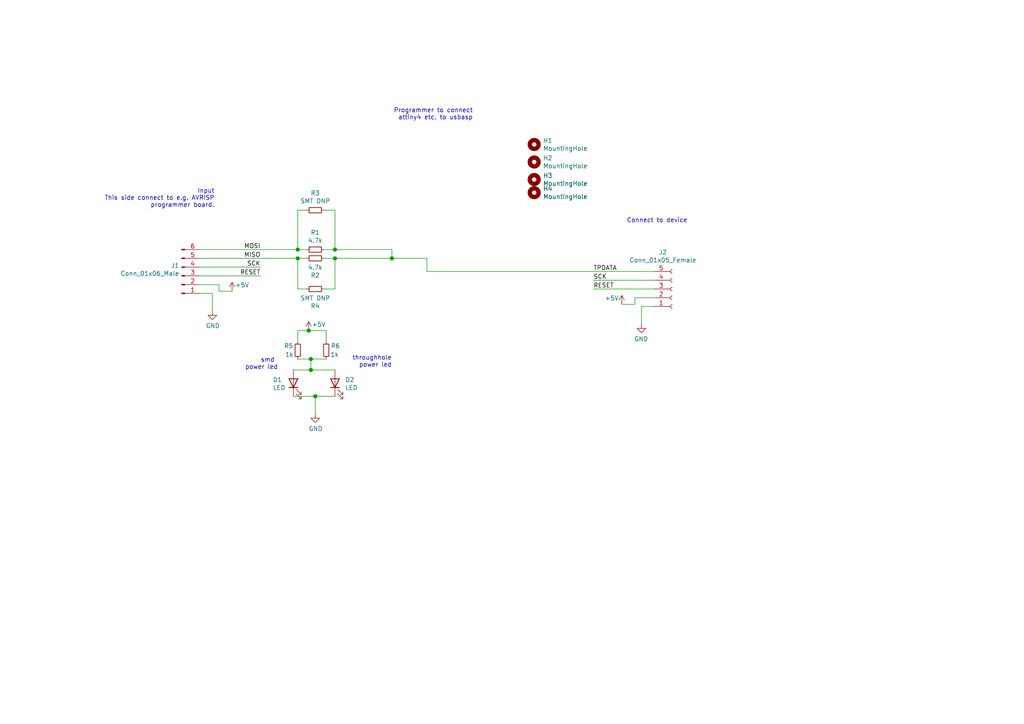
<source format=kicad_sch>
(kicad_sch (version 20201015) (generator eeschema)
  (paper "A4")
  (lib_symbols
    (symbol "Connector:Conn_01x05_Female" (pin_names (offset 1.016) hide)
      (property "Reference" "J" (at 0 7.62 0))
      (property "Value" "Conn_01x05_Female" (at 0 -7.62 0))
      (symbol "Conn_01x05_Female_1_1"
        (arc (start 0 -4.572) (end 0 -5.588) (radius (at 0 -5.08) (length 0.508) (angles 90.1 -90.1)) (stroke (width 0.1524)))
        (arc (start 0 -2.032) (end 0 -3.048) (radius (at 0 -2.54) (length 0.508) (angles 90.1 -90.1)) (stroke (width 0.1524)))
        (arc (start 0 0.508) (end 0 -0.508) (radius (at 0 0) (length 0.508) (angles 90.1 -90.1)) (stroke (width 0.1524)))
        (arc (start 0 3.048) (end 0 2.032) (radius (at 0 2.54) (length 0.508) (angles 90.1 -90.1)) (stroke (width 0.1524)))
        (arc (start 0 5.588) (end 0 4.572) (radius (at 0 5.08) (length 0.508) (angles 90.1 -90.1)) (stroke (width 0.1524)))
        (polyline (pts (xy -1.27 -5.08) (xy -0.508 -5.08)) (stroke (width 0.1524)))
        (polyline (pts (xy -1.27 -2.54) (xy -0.508 -2.54)) (stroke (width 0.1524)))
        (polyline (pts (xy -1.27 0) (xy -0.508 0)) (stroke (width 0.1524)))
        (polyline (pts (xy -1.27 2.54) (xy -0.508 2.54)) (stroke (width 0.1524)))
        (polyline (pts (xy -1.27 5.08) (xy -0.508 5.08)) (stroke (width 0.1524)))
        (pin passive line (at -5.08 5.08 0) (length 3.81) (name "Pin_1") (number "1"))
        (pin passive line (at -5.08 2.54 0) (length 3.81) (name "Pin_2") (number "2"))
        (pin passive line (at -5.08 0 0) (length 3.81) (name "Pin_3") (number "3"))
        (pin passive line (at -5.08 -2.54 0) (length 3.81) (name "Pin_4") (number "4"))
        (pin passive line (at -5.08 -5.08 0) (length 3.81) (name "Pin_5") (number "5"))
      )
    )
    (symbol "Connector:Conn_01x06_Male" (pin_names (offset 1.016) hide)
      (property "Reference" "J" (at 0 7.62 0))
      (property "Value" "Conn_01x06_Male" (at 0 -10.16 0))
      (symbol "Conn_01x06_Male_1_1"
        (rectangle (start 0.8636 -7.493) (end 0 -7.747) (stroke (width 0.1524)) (fill (type outline)))
        (rectangle (start 0.8636 -4.953) (end 0 -5.207) (stroke (width 0.1524)) (fill (type outline)))
        (rectangle (start 0.8636 -2.413) (end 0 -2.667) (stroke (width 0.1524)) (fill (type outline)))
        (rectangle (start 0.8636 0.127) (end 0 -0.127) (stroke (width 0.1524)) (fill (type outline)))
        (rectangle (start 0.8636 2.667) (end 0 2.413) (stroke (width 0.1524)) (fill (type outline)))
        (rectangle (start 0.8636 5.207) (end 0 4.953) (stroke (width 0.1524)) (fill (type outline)))
        (polyline (pts (xy 1.27 -7.62) (xy 0.8636 -7.62)) (stroke (width 0.1524)))
        (polyline (pts (xy 1.27 -5.08) (xy 0.8636 -5.08)) (stroke (width 0.1524)))
        (polyline (pts (xy 1.27 -2.54) (xy 0.8636 -2.54)) (stroke (width 0.1524)))
        (polyline (pts (xy 1.27 0) (xy 0.8636 0)) (stroke (width 0.1524)))
        (polyline (pts (xy 1.27 2.54) (xy 0.8636 2.54)) (stroke (width 0.1524)))
        (polyline (pts (xy 1.27 5.08) (xy 0.8636 5.08)) (stroke (width 0.1524)))
        (pin passive line (at 5.08 5.08 180) (length 3.81) (name "Pin_1") (number "1"))
        (pin passive line (at 5.08 2.54 180) (length 3.81) (name "Pin_2") (number "2"))
        (pin passive line (at 5.08 0 180) (length 3.81) (name "Pin_3") (number "3"))
        (pin passive line (at 5.08 -2.54 180) (length 3.81) (name "Pin_4") (number "4"))
        (pin passive line (at 5.08 -5.08 180) (length 3.81) (name "Pin_5") (number "5"))
        (pin passive line (at 5.08 -7.62 180) (length 3.81) (name "Pin_6") (number "6"))
      )
    )
    (symbol "Device:LED" (pin_numbers hide) (pin_names (offset 1.016) hide)
      (property "Reference" "D" (at 0 2.54 0))
      (property "Value" "LED" (at 0 -2.54 0))
      (symbol "LED_0_1"
        (polyline (pts (xy -1.27 -1.27) (xy -1.27 1.27)) (stroke (width 0.254)))
        (polyline (pts (xy -1.27 0) (xy 1.27 0)))
        (polyline (pts (xy 1.27 -1.27) (xy 1.27 1.27) (xy -1.27 0) (xy 1.27 -1.27)) (stroke (width 0.254)))
        (polyline (pts (xy -3.048 -0.762) (xy -4.572 -2.286) (xy -3.81 -2.286) (xy -4.572 -2.286) (xy -4.572 -1.524)))
        (polyline (pts (xy -1.778 -0.762) (xy -3.302 -2.286) (xy -2.54 -2.286) (xy -3.302 -2.286) (xy -3.302 -1.524)))
      )
      (symbol "LED_1_1"
        (pin passive line (at -3.81 0 0) (length 2.54) (name "K") (number "1"))
        (pin passive line (at 3.81 0 180) (length 2.54) (name "A") (number "2"))
      )
    )
    (symbol "Device:R_Small" (pin_numbers hide) (pin_names (offset 0.254) hide)
      (property "Reference" "R" (at 0.762 0.508 0))
      (property "Value" "R_Small" (at 0.762 -1.016 0))
      (symbol "R_Small_0_1"
        (rectangle (start -0.762 1.778) (end 0.762 -1.778) (stroke (width 0.2032)))
      )
      (symbol "R_Small_1_1"
        (pin passive line (at 0 2.54 270) (length 0.762) (name "~") (number "1"))
        (pin passive line (at 0 -2.54 90) (length 0.762) (name "~") (number "2"))
      )
    )
    (symbol "Mechanical:MountingHole" (pin_names (offset 1.016))
      (property "Reference" "H" (at 0 5.08 0))
      (property "Value" "MountingHole" (at 0 3.175 0))
      (symbol "MountingHole_0_1"
        (circle (center 0 0) (radius 1.27) (stroke (width 1.27)))
      )
    )
    (symbol "power:+5V" (power) (pin_names (offset 0))
      (property "Value" "+5V" (at 0 3.556 0))
      (symbol "+5V_0_1"
        (polyline (pts (xy -0.762 1.27) (xy 0 2.54)))
        (polyline (pts (xy 0 0) (xy 0 2.54)))
        (polyline (pts (xy 0 2.54) (xy 0.762 1.27)))
      )
      (symbol "+5V_1_1"
        (pin power_in line (at 0 0 90) (length 0) hide (name "+5V") (number "1"))
      )
    )
    (symbol "power:GND" (power) (pin_names (offset 0))
      (property "Value" "GND" (at 0 -3.81 0))
      (symbol "GND_0_1"
        (polyline (pts (xy 0 0) (xy 0 -1.27) (xy 1.27 -1.27) (xy 0 -2.54) (xy -1.27 -1.27) (xy 0 -1.27)))
      )
      (symbol "GND_1_1"
        (pin power_in line (at 0 0 270) (length 0) hide (name "GND") (number "1"))
      )
    )
  )
  (junction (at 86.36 72.39) (diameter 1.016))
  (junction (at 86.36 74.93) (diameter 1.016))
  (junction (at 89.535 95.885) (diameter 1.016))
  (junction (at 90.17 104.14) (diameter 1.016))
  (junction (at 90.17 107.315) (diameter 1.016))
  (junction (at 91.44 114.935) (diameter 1.016))
  (junction (at 97.155 72.39) (diameter 1.016))
  (junction (at 97.155 74.93) (diameter 1.016))
  (junction (at 113.665 74.93) (diameter 1.016))
  (wire (pts (xy 57.785 72.39) (xy 86.36 72.39)))
  (wire (pts (xy 57.785 74.93) (xy 86.36 74.93)))
  (wire (pts (xy 57.785 77.47) (xy 75.565 77.47)))
  (wire (pts (xy 57.785 80.01) (xy 75.565 80.01)))
  (wire (pts (xy 57.785 82.55) (xy 63.5 82.55)))
  (wire (pts (xy 57.785 85.09) (xy 61.595 85.09)))
  (wire (pts (xy 61.595 85.09) (xy 61.595 90.17)))
  (wire (pts (xy 63.5 82.55) (xy 63.5 84.455)))
  (wire (pts (xy 63.5 84.455) (xy 67.31 84.455)))
  (wire (pts (xy 85.09 114.935) (xy 91.44 114.935)))
  (wire (pts (xy 86.36 60.96) (xy 86.36 72.39)))
  (wire (pts (xy 86.36 72.39) (xy 88.9 72.39)))
  (wire (pts (xy 86.36 74.93) (xy 86.36 83.82)))
  (wire (pts (xy 86.36 74.93) (xy 88.9 74.93)))
  (wire (pts (xy 86.36 95.885) (xy 86.36 99.06)))
  (wire (pts (xy 86.36 104.14) (xy 90.17 104.14)))
  (wire (pts (xy 88.9 60.96) (xy 86.36 60.96)))
  (wire (pts (xy 88.9 83.82) (xy 86.36 83.82)))
  (wire (pts (xy 89.535 95.885) (xy 86.36 95.885)))
  (wire (pts (xy 89.535 95.885) (xy 94.615 95.885)))
  (wire (pts (xy 90.17 104.14) (xy 90.17 107.315)))
  (wire (pts (xy 90.17 104.14) (xy 94.615 104.14)))
  (wire (pts (xy 90.17 107.315) (xy 85.09 107.315)))
  (wire (pts (xy 90.17 107.315) (xy 97.155 107.315)))
  (wire (pts (xy 91.44 114.935) (xy 91.44 120.015)))
  (wire (pts (xy 93.98 60.96) (xy 97.155 60.96)))
  (wire (pts (xy 93.98 72.39) (xy 97.155 72.39)))
  (wire (pts (xy 93.98 74.93) (xy 97.155 74.93)))
  (wire (pts (xy 93.98 83.82) (xy 97.155 83.82)))
  (wire (pts (xy 94.615 95.885) (xy 94.615 99.06)))
  (wire (pts (xy 97.155 60.96) (xy 97.155 72.39)))
  (wire (pts (xy 97.155 72.39) (xy 113.665 72.39)))
  (wire (pts (xy 97.155 74.93) (xy 97.155 83.82)))
  (wire (pts (xy 97.155 74.93) (xy 113.665 74.93)))
  (wire (pts (xy 97.155 114.935) (xy 91.44 114.935)))
  (wire (pts (xy 113.665 72.39) (xy 113.665 74.93)))
  (wire (pts (xy 123.825 74.93) (xy 113.665 74.93)))
  (wire (pts (xy 123.825 78.74) (xy 123.825 74.93)))
  (wire (pts (xy 123.825 78.74) (xy 189.865 78.74)))
  (wire (pts (xy 184.15 86.36) (xy 184.15 88.265)))
  (wire (pts (xy 184.15 88.265) (xy 180.34 88.265)))
  (wire (pts (xy 186.055 88.9) (xy 186.055 93.98)))
  (wire (pts (xy 189.865 81.28) (xy 172.085 81.28)))
  (wire (pts (xy 189.865 83.82) (xy 172.085 83.82)))
  (wire (pts (xy 189.865 86.36) (xy 184.15 86.36)))
  (wire (pts (xy 189.865 88.9) (xy 186.055 88.9)))
  (text "Input\nThis side connect to e.g. AVRISP\nprogrammer board." (at 62.23 60.325 0) (effects (font (size 1.27 1.27)) (justify right bottom)))
  (text "smd \npower led" (at 80.645 107.315 180) (effects (font (size 1.27 1.27)) (justify right bottom)))
  (text "throughhole\npower led" (at 113.665 106.68 180) (effects (font (size 1.27 1.27)) (justify right bottom)))
  (text "Programmer to connect\nattiny4 etc, to usbasp" (at 137.16 34.925 180) (effects (font (size 1.27 1.27)) (justify right bottom)))
  (text "Connect to device" (at 199.39 64.77 180) (effects (font (size 1.27 1.27)) (justify right bottom)))
  (label "MOSI" (at 75.565 72.39 180))
  (label "MISO" (at 75.565 74.93 180))
  (label "SCK" (at 75.565 77.47 180))
  (label "RESET" (at 75.565 80.01 180))
  (label "TPDATA" (at 172.085 78.74 0))
  (label "SCK" (at 172.085 81.28 0))
  (label "RESET" (at 172.085 83.82 0))
  (symbol (lib_id "power:+5V") (at 67.31 84.455 0) (unit 1)
    (property "Reference" "#PWR01" (effects hide))
    (property "Value" "+5V" (at 70.2183 82.6706 0))
  )
  (symbol (lib_id "power:+5V") (at 89.535 95.885 0) (unit 1)
    (property "Reference" "#PWR05" (effects hide))
    (property "Value" "+5V" (at 92.4433 94.1006 0))
  )
  (symbol (lib_id "power:+5V") (at 180.34 88.265 0) (mirror y) (unit 1)
    (property "Reference" "#PWR02" (effects hide))
    (property "Value" "+5V" (at 177.4317 86.4806 0))
  )
  (symbol (lib_id "power:GND") (at 61.595 90.17 0) (unit 1)
    (property "Reference" "#PWR03" (effects hide))
    (property "Value" "GND" (at 61.7093 94.4944 0))
  )
  (symbol (lib_id "power:GND") (at 91.44 120.015 0) (unit 1)
    (property "Reference" "#PWR06" (effects hide))
    (property "Value" "GND" (at 91.5543 124.3394 0))
  )
  (symbol (lib_id "power:GND") (at 186.055 93.98 0) (mirror y) (unit 1)
    (property "Reference" "#PWR04" (effects hide))
    (property "Value" "GND" (at 185.9407 98.3044 0))
  )
  (symbol (lib_id "Device:R_Small") (at 86.36 101.6 0) (mirror x) (unit 1)
    (property "Reference" "R5" (at 83.6868 100.33 0))
    (property "Value" "1k" (at 83.928 102.87 0))
    (property "Footprint" "Resistor_SMD:R_0805_2012Metric_Pad1.20x1.40mm_HandSolder" (effects hide))
  )
  (symbol (lib_id "Device:R_Small") (at 91.44 60.96 90) (unit 1)
    (property "Reference" "R3" (at 91.44 56.0132 90))
    (property "Value" "SMT DNP" (at 91.44 58.312 90))
    (property "Footprint" "Resistor_SMD:R_0805_2012Metric_Pad1.20x1.40mm_HandSolder" (effects hide))
  )
  (symbol (lib_id "Device:R_Small") (at 91.44 72.39 90) (unit 1)
    (property "Reference" "R1" (at 91.44 67.4432 90))
    (property "Value" "4.7k" (at 91.44 69.742 90))
    (property "Footprint" "Resistor_THT:R_Axial_DIN0207_L6.3mm_D2.5mm_P7.62mm_Horizontal" (effects hide))
  )
  (symbol (lib_id "Device:R_Small") (at 91.44 74.93 270) (unit 1)
    (property "Reference" "R2" (at 91.44 79.8768 90))
    (property "Value" "4.7k" (at 91.44 77.578 90))
    (property "Footprint" "Resistor_THT:R_Axial_DIN0207_L6.3mm_D2.5mm_P7.62mm_Horizontal" (effects hide))
  )
  (symbol (lib_id "Device:R_Small") (at 91.44 83.82 90) (mirror x) (unit 1)
    (property "Reference" "R4" (at 91.44 88.7668 90))
    (property "Value" "SMT DNP" (at 91.44 86.468 90))
    (property "Footprint" "Resistor_SMD:R_0805_2012Metric_Pad1.20x1.40mm_HandSolder" (effects hide))
  )
  (symbol (lib_id "Device:R_Small") (at 94.615 101.6 180) (unit 1)
    (property "Reference" "R6" (at 97.2882 100.33 0))
    (property "Value" "1k" (at 97.047 102.87 0))
    (property "Footprint" "Resistor_THT:R_Axial_DIN0207_L6.3mm_D2.5mm_P7.62mm_Horizontal" (effects hide))
  )
  (symbol (lib_id "Mechanical:MountingHole") (at 154.94 41.91 0) (unit 1)
    (property "Reference" "H1" (at 157.4801 40.7606 0) (effects (justify left)))
    (property "Value" "MountingHole" (at 157.4801 43.0593 0) (effects (justify left)))
    (property "Footprint" "MountingHole:MountingHole_3.2mm_M3" (effects hide))
  )
  (symbol (lib_id "Mechanical:MountingHole") (at 154.94 46.99 0) (unit 1)
    (property "Reference" "H2" (at 157.4801 45.8406 0) (effects (justify left)))
    (property "Value" "MountingHole" (at 157.4801 48.1393 0) (effects (justify left)))
    (property "Footprint" "MountingHole:MountingHole_3.2mm_M3" (effects hide))
  )
  (symbol (lib_id "Mechanical:MountingHole") (at 154.94 52.07 0) (unit 1)
    (property "Reference" "H3" (at 157.4801 50.9206 0) (effects (justify left)))
    (property "Value" "MountingHole" (at 157.4801 53.2193 0) (effects (justify left)))
    (property "Footprint" "MountingHole:MountingHole_3.2mm_M3" (effects hide))
  )
  (symbol (lib_id "Mechanical:MountingHole") (at 154.94 55.88 0) (unit 1)
    (property "Reference" "H4" (at 157.4801 54.7306 0) (effects (justify left)))
    (property "Value" "MountingHole" (at 157.4801 57.0293 0) (effects (justify left)))
    (property "Footprint" "MountingHole:MountingHole_3.2mm_M3" (effects hide))
  )
  (symbol (lib_id "Device:LED") (at 85.09 111.125 90) (unit 1)
    (property "Reference" "D1" (at 79.1211 110.1661 90) (effects (justify right)))
    (property "Value" "LED" (at 79.1211 112.4648 90) (effects (justify right)))
    (property "Footprint" "LED_SMD:LED_0805_2012Metric_Pad1.15x1.40mm_HandSolder" (effects hide))
  )
  (symbol (lib_id "Device:LED") (at 97.155 111.125 90) (unit 1)
    (property "Reference" "D2" (at 100.0761 110.1661 90) (effects (justify right)))
    (property "Value" "LED" (at 100.0761 112.4648 90) (effects (justify right)))
    (property "Footprint" "LED_THT:LED_D5.0mm" (effects hide))
  )
  (symbol (lib_id "Connector:Conn_01x05_Female") (at 194.945 83.82 0) (mirror x) (unit 1)
    (property "Reference" "J2" (at 192.2526 73.1582 0))
    (property "Value" "Conn_01x05_Female" (at 192.2526 75.4569 0))
    (property "Footprint" "Connector_PinHeader_2.00mm:PinHeader_1x05_P2.00mm_Vertical" (effects hide))
  )
  (symbol (lib_id "Connector:Conn_01x06_Male") (at 52.705 80.01 0) (mirror x) (unit 1)
    (property "Reference" "J1" (at 51.9938 77.0318 0) (effects (justify right)))
    (property "Value" "Conn_01x06_Male" (at 51.9938 79.3305 0) (effects (justify right)))
    (property "Footprint" "Connector_PinHeader_2.54mm:PinHeader_1x06_P2.54mm_Vertical" (effects hide))
  )
)
</source>
